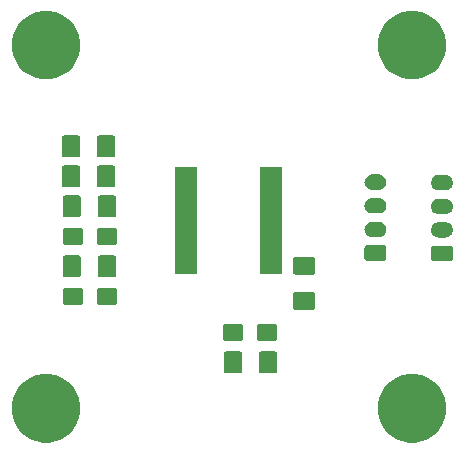
<source format=gbr>
G04 #@! TF.GenerationSoftware,KiCad,Pcbnew,(5.1.2)-2*
G04 #@! TF.CreationDate,2019-09-26T21:19:41+02:00*
G04 #@! TF.ProjectId,enkoder,656e6b6f-6465-4722-9e6b-696361645f70,rev?*
G04 #@! TF.SameCoordinates,Original*
G04 #@! TF.FileFunction,Soldermask,Top*
G04 #@! TF.FilePolarity,Negative*
%FSLAX46Y46*%
G04 Gerber Fmt 4.6, Leading zero omitted, Abs format (unit mm)*
G04 Created by KiCad (PCBNEW (5.1.2)-2) date 2019-09-26 21:19:41*
%MOMM*%
%LPD*%
G04 APERTURE LIST*
%ADD10C,0.100000*%
G04 APERTURE END LIST*
D10*
G36*
X172096189Y-111460483D02*
G01*
X172096192Y-111460484D01*
X172096191Y-111460484D01*
X172624139Y-111679167D01*
X173099280Y-111996646D01*
X173503354Y-112400720D01*
X173820833Y-112875861D01*
X173820834Y-112875863D01*
X174039517Y-113403811D01*
X174151000Y-113964275D01*
X174151000Y-114535725D01*
X174039517Y-115096189D01*
X174039516Y-115096191D01*
X173820833Y-115624139D01*
X173503354Y-116099280D01*
X173099280Y-116503354D01*
X172624139Y-116820833D01*
X172624138Y-116820834D01*
X172624137Y-116820834D01*
X172096189Y-117039517D01*
X171535725Y-117151000D01*
X170964275Y-117151000D01*
X170403811Y-117039517D01*
X169875863Y-116820834D01*
X169875862Y-116820834D01*
X169875861Y-116820833D01*
X169400720Y-116503354D01*
X168996646Y-116099280D01*
X168679167Y-115624139D01*
X168460484Y-115096191D01*
X168460483Y-115096189D01*
X168349000Y-114535725D01*
X168349000Y-113964275D01*
X168460483Y-113403811D01*
X168679166Y-112875863D01*
X168679167Y-112875861D01*
X168996646Y-112400720D01*
X169400720Y-111996646D01*
X169875861Y-111679167D01*
X170403809Y-111460484D01*
X170403808Y-111460484D01*
X170403811Y-111460483D01*
X170964275Y-111349000D01*
X171535725Y-111349000D01*
X172096189Y-111460483D01*
X172096189Y-111460483D01*
G37*
G36*
X141096189Y-111460483D02*
G01*
X141096192Y-111460484D01*
X141096191Y-111460484D01*
X141624139Y-111679167D01*
X142099280Y-111996646D01*
X142503354Y-112400720D01*
X142820833Y-112875861D01*
X142820834Y-112875863D01*
X143039517Y-113403811D01*
X143151000Y-113964275D01*
X143151000Y-114535725D01*
X143039517Y-115096189D01*
X143039516Y-115096191D01*
X142820833Y-115624139D01*
X142503354Y-116099280D01*
X142099280Y-116503354D01*
X141624139Y-116820833D01*
X141624138Y-116820834D01*
X141624137Y-116820834D01*
X141096189Y-117039517D01*
X140535725Y-117151000D01*
X139964275Y-117151000D01*
X139403811Y-117039517D01*
X138875863Y-116820834D01*
X138875862Y-116820834D01*
X138875861Y-116820833D01*
X138400720Y-116503354D01*
X137996646Y-116099280D01*
X137679167Y-115624139D01*
X137460484Y-115096191D01*
X137460483Y-115096189D01*
X137349000Y-114535725D01*
X137349000Y-113964275D01*
X137460483Y-113403811D01*
X137679166Y-112875863D01*
X137679167Y-112875861D01*
X137996646Y-112400720D01*
X138400720Y-111996646D01*
X138875861Y-111679167D01*
X139403809Y-111460484D01*
X139403808Y-111460484D01*
X139403811Y-111460483D01*
X139964275Y-111349000D01*
X140535725Y-111349000D01*
X141096189Y-111460483D01*
X141096189Y-111460483D01*
G37*
G36*
X156696062Y-109441181D02*
G01*
X156730981Y-109451774D01*
X156763163Y-109468976D01*
X156791373Y-109492127D01*
X156814524Y-109520337D01*
X156831726Y-109552519D01*
X156842319Y-109587438D01*
X156846500Y-109629895D01*
X156846500Y-111096105D01*
X156842319Y-111138562D01*
X156831726Y-111173481D01*
X156814524Y-111205663D01*
X156791373Y-111233873D01*
X156763163Y-111257024D01*
X156730981Y-111274226D01*
X156696062Y-111284819D01*
X156653605Y-111289000D01*
X155512395Y-111289000D01*
X155469938Y-111284819D01*
X155435019Y-111274226D01*
X155402837Y-111257024D01*
X155374627Y-111233873D01*
X155351476Y-111205663D01*
X155334274Y-111173481D01*
X155323681Y-111138562D01*
X155319500Y-111096105D01*
X155319500Y-109629895D01*
X155323681Y-109587438D01*
X155334274Y-109552519D01*
X155351476Y-109520337D01*
X155374627Y-109492127D01*
X155402837Y-109468976D01*
X155435019Y-109451774D01*
X155469938Y-109441181D01*
X155512395Y-109437000D01*
X156653605Y-109437000D01*
X156696062Y-109441181D01*
X156696062Y-109441181D01*
G37*
G36*
X159671062Y-109441181D02*
G01*
X159705981Y-109451774D01*
X159738163Y-109468976D01*
X159766373Y-109492127D01*
X159789524Y-109520337D01*
X159806726Y-109552519D01*
X159817319Y-109587438D01*
X159821500Y-109629895D01*
X159821500Y-111096105D01*
X159817319Y-111138562D01*
X159806726Y-111173481D01*
X159789524Y-111205663D01*
X159766373Y-111233873D01*
X159738163Y-111257024D01*
X159705981Y-111274226D01*
X159671062Y-111284819D01*
X159628605Y-111289000D01*
X158487395Y-111289000D01*
X158444938Y-111284819D01*
X158410019Y-111274226D01*
X158377837Y-111257024D01*
X158349627Y-111233873D01*
X158326476Y-111205663D01*
X158309274Y-111173481D01*
X158298681Y-111138562D01*
X158294500Y-111096105D01*
X158294500Y-109629895D01*
X158298681Y-109587438D01*
X158309274Y-109552519D01*
X158326476Y-109520337D01*
X158349627Y-109492127D01*
X158377837Y-109468976D01*
X158410019Y-109451774D01*
X158444938Y-109441181D01*
X158487395Y-109437000D01*
X159628605Y-109437000D01*
X159671062Y-109441181D01*
X159671062Y-109441181D01*
G37*
G36*
X156768298Y-107101247D02*
G01*
X156803867Y-107112037D01*
X156836639Y-107129554D01*
X156865369Y-107153131D01*
X156888946Y-107181861D01*
X156906463Y-107214633D01*
X156917253Y-107250202D01*
X156921500Y-107293325D01*
X156921500Y-108352675D01*
X156917253Y-108395798D01*
X156906463Y-108431367D01*
X156888946Y-108464139D01*
X156865369Y-108492869D01*
X156836639Y-108516446D01*
X156803867Y-108533963D01*
X156768298Y-108544753D01*
X156725175Y-108549000D01*
X155440825Y-108549000D01*
X155397702Y-108544753D01*
X155362133Y-108533963D01*
X155329361Y-108516446D01*
X155300631Y-108492869D01*
X155277054Y-108464139D01*
X155259537Y-108431367D01*
X155248747Y-108395798D01*
X155244500Y-108352675D01*
X155244500Y-107293325D01*
X155248747Y-107250202D01*
X155259537Y-107214633D01*
X155277054Y-107181861D01*
X155300631Y-107153131D01*
X155329361Y-107129554D01*
X155362133Y-107112037D01*
X155397702Y-107101247D01*
X155440825Y-107097000D01*
X156725175Y-107097000D01*
X156768298Y-107101247D01*
X156768298Y-107101247D01*
G37*
G36*
X159643298Y-107101247D02*
G01*
X159678867Y-107112037D01*
X159711639Y-107129554D01*
X159740369Y-107153131D01*
X159763946Y-107181861D01*
X159781463Y-107214633D01*
X159792253Y-107250202D01*
X159796500Y-107293325D01*
X159796500Y-108352675D01*
X159792253Y-108395798D01*
X159781463Y-108431367D01*
X159763946Y-108464139D01*
X159740369Y-108492869D01*
X159711639Y-108516446D01*
X159678867Y-108533963D01*
X159643298Y-108544753D01*
X159600175Y-108549000D01*
X158315825Y-108549000D01*
X158272702Y-108544753D01*
X158237133Y-108533963D01*
X158204361Y-108516446D01*
X158175631Y-108492869D01*
X158152054Y-108464139D01*
X158134537Y-108431367D01*
X158123747Y-108395798D01*
X158119500Y-108352675D01*
X158119500Y-107293325D01*
X158123747Y-107250202D01*
X158134537Y-107214633D01*
X158152054Y-107181861D01*
X158175631Y-107153131D01*
X158204361Y-107129554D01*
X158237133Y-107112037D01*
X158272702Y-107101247D01*
X158315825Y-107097000D01*
X159600175Y-107097000D01*
X159643298Y-107101247D01*
X159643298Y-107101247D01*
G37*
G36*
X162891062Y-104387181D02*
G01*
X162925981Y-104397774D01*
X162958163Y-104414976D01*
X162986373Y-104438127D01*
X163009524Y-104466337D01*
X163026726Y-104498519D01*
X163037319Y-104533438D01*
X163041500Y-104575895D01*
X163041500Y-105717105D01*
X163037319Y-105759562D01*
X163026726Y-105794481D01*
X163009524Y-105826663D01*
X162986373Y-105854873D01*
X162958163Y-105878024D01*
X162925981Y-105895226D01*
X162891062Y-105905819D01*
X162848605Y-105910000D01*
X161382395Y-105910000D01*
X161339938Y-105905819D01*
X161305019Y-105895226D01*
X161272837Y-105878024D01*
X161244627Y-105854873D01*
X161221476Y-105826663D01*
X161204274Y-105794481D01*
X161193681Y-105759562D01*
X161189500Y-105717105D01*
X161189500Y-104575895D01*
X161193681Y-104533438D01*
X161204274Y-104498519D01*
X161221476Y-104466337D01*
X161244627Y-104438127D01*
X161272837Y-104414976D01*
X161305019Y-104397774D01*
X161339938Y-104387181D01*
X161382395Y-104383000D01*
X162848605Y-104383000D01*
X162891062Y-104387181D01*
X162891062Y-104387181D01*
G37*
G36*
X146100298Y-104053247D02*
G01*
X146135867Y-104064037D01*
X146168639Y-104081554D01*
X146197369Y-104105131D01*
X146220946Y-104133861D01*
X146238463Y-104166633D01*
X146249253Y-104202202D01*
X146253500Y-104245325D01*
X146253500Y-105304675D01*
X146249253Y-105347798D01*
X146238463Y-105383367D01*
X146220946Y-105416139D01*
X146197369Y-105444869D01*
X146168639Y-105468446D01*
X146135867Y-105485963D01*
X146100298Y-105496753D01*
X146057175Y-105501000D01*
X144772825Y-105501000D01*
X144729702Y-105496753D01*
X144694133Y-105485963D01*
X144661361Y-105468446D01*
X144632631Y-105444869D01*
X144609054Y-105416139D01*
X144591537Y-105383367D01*
X144580747Y-105347798D01*
X144576500Y-105304675D01*
X144576500Y-104245325D01*
X144580747Y-104202202D01*
X144591537Y-104166633D01*
X144609054Y-104133861D01*
X144632631Y-104105131D01*
X144661361Y-104081554D01*
X144694133Y-104064037D01*
X144729702Y-104053247D01*
X144772825Y-104049000D01*
X146057175Y-104049000D01*
X146100298Y-104053247D01*
X146100298Y-104053247D01*
G37*
G36*
X143225298Y-104053247D02*
G01*
X143260867Y-104064037D01*
X143293639Y-104081554D01*
X143322369Y-104105131D01*
X143345946Y-104133861D01*
X143363463Y-104166633D01*
X143374253Y-104202202D01*
X143378500Y-104245325D01*
X143378500Y-105304675D01*
X143374253Y-105347798D01*
X143363463Y-105383367D01*
X143345946Y-105416139D01*
X143322369Y-105444869D01*
X143293639Y-105468446D01*
X143260867Y-105485963D01*
X143225298Y-105496753D01*
X143182175Y-105501000D01*
X141897825Y-105501000D01*
X141854702Y-105496753D01*
X141819133Y-105485963D01*
X141786361Y-105468446D01*
X141757631Y-105444869D01*
X141734054Y-105416139D01*
X141716537Y-105383367D01*
X141705747Y-105347798D01*
X141701500Y-105304675D01*
X141701500Y-104245325D01*
X141705747Y-104202202D01*
X141716537Y-104166633D01*
X141734054Y-104133861D01*
X141757631Y-104105131D01*
X141786361Y-104081554D01*
X141819133Y-104064037D01*
X141854702Y-104053247D01*
X141897825Y-104049000D01*
X143182175Y-104049000D01*
X143225298Y-104053247D01*
X143225298Y-104053247D01*
G37*
G36*
X146028062Y-101313181D02*
G01*
X146062981Y-101323774D01*
X146095163Y-101340976D01*
X146123373Y-101364127D01*
X146146524Y-101392337D01*
X146163726Y-101424519D01*
X146174319Y-101459438D01*
X146178500Y-101501895D01*
X146178500Y-102968105D01*
X146174319Y-103010562D01*
X146163726Y-103045481D01*
X146146524Y-103077663D01*
X146123373Y-103105873D01*
X146095163Y-103129024D01*
X146062981Y-103146226D01*
X146028062Y-103156819D01*
X145985605Y-103161000D01*
X144844395Y-103161000D01*
X144801938Y-103156819D01*
X144767019Y-103146226D01*
X144734837Y-103129024D01*
X144706627Y-103105873D01*
X144683476Y-103077663D01*
X144666274Y-103045481D01*
X144655681Y-103010562D01*
X144651500Y-102968105D01*
X144651500Y-101501895D01*
X144655681Y-101459438D01*
X144666274Y-101424519D01*
X144683476Y-101392337D01*
X144706627Y-101364127D01*
X144734837Y-101340976D01*
X144767019Y-101323774D01*
X144801938Y-101313181D01*
X144844395Y-101309000D01*
X145985605Y-101309000D01*
X146028062Y-101313181D01*
X146028062Y-101313181D01*
G37*
G36*
X143053062Y-101313181D02*
G01*
X143087981Y-101323774D01*
X143120163Y-101340976D01*
X143148373Y-101364127D01*
X143171524Y-101392337D01*
X143188726Y-101424519D01*
X143199319Y-101459438D01*
X143203500Y-101501895D01*
X143203500Y-102968105D01*
X143199319Y-103010562D01*
X143188726Y-103045481D01*
X143171524Y-103077663D01*
X143148373Y-103105873D01*
X143120163Y-103129024D01*
X143087981Y-103146226D01*
X143053062Y-103156819D01*
X143010605Y-103161000D01*
X141869395Y-103161000D01*
X141826938Y-103156819D01*
X141792019Y-103146226D01*
X141759837Y-103129024D01*
X141731627Y-103105873D01*
X141708476Y-103077663D01*
X141691274Y-103045481D01*
X141680681Y-103010562D01*
X141676500Y-102968105D01*
X141676500Y-101501895D01*
X141680681Y-101459438D01*
X141691274Y-101424519D01*
X141708476Y-101392337D01*
X141731627Y-101364127D01*
X141759837Y-101340976D01*
X141792019Y-101323774D01*
X141826938Y-101313181D01*
X141869395Y-101309000D01*
X143010605Y-101309000D01*
X143053062Y-101313181D01*
X143053062Y-101313181D01*
G37*
G36*
X162891062Y-101412181D02*
G01*
X162925981Y-101422774D01*
X162958163Y-101439976D01*
X162986373Y-101463127D01*
X163009524Y-101491337D01*
X163026726Y-101523519D01*
X163037319Y-101558438D01*
X163041500Y-101600895D01*
X163041500Y-102742105D01*
X163037319Y-102784562D01*
X163026726Y-102819481D01*
X163009524Y-102851663D01*
X162986373Y-102879873D01*
X162958163Y-102903024D01*
X162925981Y-102920226D01*
X162891062Y-102930819D01*
X162848605Y-102935000D01*
X161382395Y-102935000D01*
X161339938Y-102930819D01*
X161305019Y-102920226D01*
X161272837Y-102903024D01*
X161244627Y-102879873D01*
X161221476Y-102851663D01*
X161204274Y-102819481D01*
X161193681Y-102784562D01*
X161189500Y-102742105D01*
X161189500Y-101600895D01*
X161193681Y-101558438D01*
X161204274Y-101523519D01*
X161221476Y-101491337D01*
X161244627Y-101463127D01*
X161272837Y-101439976D01*
X161305019Y-101422774D01*
X161339938Y-101412181D01*
X161382395Y-101408000D01*
X162848605Y-101408000D01*
X162891062Y-101412181D01*
X162891062Y-101412181D01*
G37*
G36*
X160265000Y-102840000D02*
G01*
X158413000Y-102840000D01*
X158413000Y-93838000D01*
X160265000Y-93838000D01*
X160265000Y-102840000D01*
X160265000Y-102840000D01*
G37*
G36*
X153065000Y-102840000D02*
G01*
X151213000Y-102840000D01*
X151213000Y-93838000D01*
X153065000Y-93838000D01*
X153065000Y-102840000D01*
X153065000Y-102840000D01*
G37*
G36*
X174545242Y-100492404D02*
G01*
X174582337Y-100503657D01*
X174616515Y-100521925D01*
X174646481Y-100546519D01*
X174671075Y-100576485D01*
X174689343Y-100610663D01*
X174700596Y-100647758D01*
X174705000Y-100692474D01*
X174705000Y-101585526D01*
X174700596Y-101630242D01*
X174689343Y-101667337D01*
X174671075Y-101701515D01*
X174646481Y-101731481D01*
X174616515Y-101756075D01*
X174582337Y-101774343D01*
X174545242Y-101785596D01*
X174500526Y-101790000D01*
X173057474Y-101790000D01*
X173012758Y-101785596D01*
X172975663Y-101774343D01*
X172941485Y-101756075D01*
X172911519Y-101731481D01*
X172886925Y-101701515D01*
X172868657Y-101667337D01*
X172857404Y-101630242D01*
X172853000Y-101585526D01*
X172853000Y-100692474D01*
X172857404Y-100647758D01*
X172868657Y-100610663D01*
X172886925Y-100576485D01*
X172911519Y-100546519D01*
X172941485Y-100521925D01*
X172975663Y-100503657D01*
X173012758Y-100492404D01*
X173057474Y-100488000D01*
X174500526Y-100488000D01*
X174545242Y-100492404D01*
X174545242Y-100492404D01*
G37*
G36*
X168914242Y-100445404D02*
G01*
X168951337Y-100456657D01*
X168985515Y-100474925D01*
X169015481Y-100499519D01*
X169040075Y-100529485D01*
X169058343Y-100563663D01*
X169069596Y-100600758D01*
X169074000Y-100645474D01*
X169074000Y-101538526D01*
X169069596Y-101583242D01*
X169058343Y-101620337D01*
X169040075Y-101654515D01*
X169015481Y-101684481D01*
X168985515Y-101709075D01*
X168951337Y-101727343D01*
X168914242Y-101738596D01*
X168869526Y-101743000D01*
X167426474Y-101743000D01*
X167381758Y-101738596D01*
X167344663Y-101727343D01*
X167310485Y-101709075D01*
X167280519Y-101684481D01*
X167255925Y-101654515D01*
X167237657Y-101620337D01*
X167226404Y-101583242D01*
X167222000Y-101538526D01*
X167222000Y-100645474D01*
X167226404Y-100600758D01*
X167237657Y-100563663D01*
X167255925Y-100529485D01*
X167280519Y-100499519D01*
X167310485Y-100474925D01*
X167344663Y-100456657D01*
X167381758Y-100445404D01*
X167426474Y-100441000D01*
X168869526Y-100441000D01*
X168914242Y-100445404D01*
X168914242Y-100445404D01*
G37*
G36*
X146100298Y-98973247D02*
G01*
X146135867Y-98984037D01*
X146168639Y-99001554D01*
X146197369Y-99025131D01*
X146220946Y-99053861D01*
X146238463Y-99086633D01*
X146249253Y-99122202D01*
X146253500Y-99165325D01*
X146253500Y-100224675D01*
X146249253Y-100267798D01*
X146238463Y-100303367D01*
X146220946Y-100336139D01*
X146197369Y-100364869D01*
X146168639Y-100388446D01*
X146135867Y-100405963D01*
X146100298Y-100416753D01*
X146057175Y-100421000D01*
X144772825Y-100421000D01*
X144729702Y-100416753D01*
X144694133Y-100405963D01*
X144661361Y-100388446D01*
X144632631Y-100364869D01*
X144609054Y-100336139D01*
X144591537Y-100303367D01*
X144580747Y-100267798D01*
X144576500Y-100224675D01*
X144576500Y-99165325D01*
X144580747Y-99122202D01*
X144591537Y-99086633D01*
X144609054Y-99053861D01*
X144632631Y-99025131D01*
X144661361Y-99001554D01*
X144694133Y-98984037D01*
X144729702Y-98973247D01*
X144772825Y-98969000D01*
X146057175Y-98969000D01*
X146100298Y-98973247D01*
X146100298Y-98973247D01*
G37*
G36*
X143225298Y-98973247D02*
G01*
X143260867Y-98984037D01*
X143293639Y-99001554D01*
X143322369Y-99025131D01*
X143345946Y-99053861D01*
X143363463Y-99086633D01*
X143374253Y-99122202D01*
X143378500Y-99165325D01*
X143378500Y-100224675D01*
X143374253Y-100267798D01*
X143363463Y-100303367D01*
X143345946Y-100336139D01*
X143322369Y-100364869D01*
X143293639Y-100388446D01*
X143260867Y-100405963D01*
X143225298Y-100416753D01*
X143182175Y-100421000D01*
X141897825Y-100421000D01*
X141854702Y-100416753D01*
X141819133Y-100405963D01*
X141786361Y-100388446D01*
X141757631Y-100364869D01*
X141734054Y-100336139D01*
X141716537Y-100303367D01*
X141705747Y-100267798D01*
X141701500Y-100224675D01*
X141701500Y-99165325D01*
X141705747Y-99122202D01*
X141716537Y-99086633D01*
X141734054Y-99053861D01*
X141757631Y-99025131D01*
X141786361Y-99001554D01*
X141819133Y-98984037D01*
X141854702Y-98973247D01*
X141897825Y-98969000D01*
X143182175Y-98969000D01*
X143225298Y-98973247D01*
X143225298Y-98973247D01*
G37*
G36*
X174117855Y-98491140D02*
G01*
X174181618Y-98497420D01*
X174272404Y-98524960D01*
X174304336Y-98534646D01*
X174417425Y-98595094D01*
X174516554Y-98676446D01*
X174597906Y-98775575D01*
X174658354Y-98888664D01*
X174658355Y-98888668D01*
X174695580Y-99011382D01*
X174708149Y-99139000D01*
X174695580Y-99266618D01*
X174672612Y-99342332D01*
X174658354Y-99389336D01*
X174597906Y-99502425D01*
X174516554Y-99601554D01*
X174417425Y-99682906D01*
X174304336Y-99743354D01*
X174272404Y-99753040D01*
X174181618Y-99780580D01*
X174117855Y-99786860D01*
X174085974Y-99790000D01*
X173472026Y-99790000D01*
X173440145Y-99786860D01*
X173376382Y-99780580D01*
X173285596Y-99753040D01*
X173253664Y-99743354D01*
X173140575Y-99682906D01*
X173041446Y-99601554D01*
X172960094Y-99502425D01*
X172899646Y-99389336D01*
X172885388Y-99342332D01*
X172862420Y-99266618D01*
X172849851Y-99139000D01*
X172862420Y-99011382D01*
X172899645Y-98888668D01*
X172899646Y-98888664D01*
X172960094Y-98775575D01*
X173041446Y-98676446D01*
X173140575Y-98595094D01*
X173253664Y-98534646D01*
X173285596Y-98524960D01*
X173376382Y-98497420D01*
X173440145Y-98491140D01*
X173472026Y-98488000D01*
X174085974Y-98488000D01*
X174117855Y-98491140D01*
X174117855Y-98491140D01*
G37*
G36*
X168486855Y-98444140D02*
G01*
X168550618Y-98450420D01*
X168641404Y-98477960D01*
X168673336Y-98487646D01*
X168786425Y-98548094D01*
X168885554Y-98629446D01*
X168966906Y-98728575D01*
X169027354Y-98841664D01*
X169027355Y-98841668D01*
X169064580Y-98964382D01*
X169077149Y-99092000D01*
X169064580Y-99219618D01*
X169037040Y-99310404D01*
X169027354Y-99342336D01*
X168966906Y-99455425D01*
X168885554Y-99554554D01*
X168786425Y-99635906D01*
X168673336Y-99696354D01*
X168641404Y-99706040D01*
X168550618Y-99733580D01*
X168486855Y-99739860D01*
X168454974Y-99743000D01*
X167841026Y-99743000D01*
X167809145Y-99739860D01*
X167745382Y-99733580D01*
X167654596Y-99706040D01*
X167622664Y-99696354D01*
X167509575Y-99635906D01*
X167410446Y-99554554D01*
X167329094Y-99455425D01*
X167268646Y-99342336D01*
X167258960Y-99310404D01*
X167231420Y-99219618D01*
X167218851Y-99092000D01*
X167231420Y-98964382D01*
X167268645Y-98841668D01*
X167268646Y-98841664D01*
X167329094Y-98728575D01*
X167410446Y-98629446D01*
X167509575Y-98548094D01*
X167622664Y-98487646D01*
X167654596Y-98477960D01*
X167745382Y-98450420D01*
X167809145Y-98444140D01*
X167841026Y-98441000D01*
X168454974Y-98441000D01*
X168486855Y-98444140D01*
X168486855Y-98444140D01*
G37*
G36*
X143053062Y-96233181D02*
G01*
X143087981Y-96243774D01*
X143120163Y-96260976D01*
X143148373Y-96284127D01*
X143171524Y-96312337D01*
X143188726Y-96344519D01*
X143199319Y-96379438D01*
X143203500Y-96421895D01*
X143203500Y-97888105D01*
X143199319Y-97930562D01*
X143188726Y-97965481D01*
X143171524Y-97997663D01*
X143148373Y-98025873D01*
X143120163Y-98049024D01*
X143087981Y-98066226D01*
X143053062Y-98076819D01*
X143010605Y-98081000D01*
X141869395Y-98081000D01*
X141826938Y-98076819D01*
X141792019Y-98066226D01*
X141759837Y-98049024D01*
X141731627Y-98025873D01*
X141708476Y-97997663D01*
X141691274Y-97965481D01*
X141680681Y-97930562D01*
X141676500Y-97888105D01*
X141676500Y-96421895D01*
X141680681Y-96379438D01*
X141691274Y-96344519D01*
X141708476Y-96312337D01*
X141731627Y-96284127D01*
X141759837Y-96260976D01*
X141792019Y-96243774D01*
X141826938Y-96233181D01*
X141869395Y-96229000D01*
X143010605Y-96229000D01*
X143053062Y-96233181D01*
X143053062Y-96233181D01*
G37*
G36*
X146028062Y-96233181D02*
G01*
X146062981Y-96243774D01*
X146095163Y-96260976D01*
X146123373Y-96284127D01*
X146146524Y-96312337D01*
X146163726Y-96344519D01*
X146174319Y-96379438D01*
X146178500Y-96421895D01*
X146178500Y-97888105D01*
X146174319Y-97930562D01*
X146163726Y-97965481D01*
X146146524Y-97997663D01*
X146123373Y-98025873D01*
X146095163Y-98049024D01*
X146062981Y-98066226D01*
X146028062Y-98076819D01*
X145985605Y-98081000D01*
X144844395Y-98081000D01*
X144801938Y-98076819D01*
X144767019Y-98066226D01*
X144734837Y-98049024D01*
X144706627Y-98025873D01*
X144683476Y-97997663D01*
X144666274Y-97965481D01*
X144655681Y-97930562D01*
X144651500Y-97888105D01*
X144651500Y-96421895D01*
X144655681Y-96379438D01*
X144666274Y-96344519D01*
X144683476Y-96312337D01*
X144706627Y-96284127D01*
X144734837Y-96260976D01*
X144767019Y-96243774D01*
X144801938Y-96233181D01*
X144844395Y-96229000D01*
X145985605Y-96229000D01*
X146028062Y-96233181D01*
X146028062Y-96233181D01*
G37*
G36*
X174117855Y-96491140D02*
G01*
X174181618Y-96497420D01*
X174272404Y-96524960D01*
X174304336Y-96534646D01*
X174417425Y-96595094D01*
X174516554Y-96676446D01*
X174597906Y-96775575D01*
X174658354Y-96888664D01*
X174658355Y-96888668D01*
X174695580Y-97011382D01*
X174708149Y-97139000D01*
X174695580Y-97266618D01*
X174672612Y-97342332D01*
X174658354Y-97389336D01*
X174597906Y-97502425D01*
X174516554Y-97601554D01*
X174417425Y-97682906D01*
X174304336Y-97743354D01*
X174272404Y-97753040D01*
X174181618Y-97780580D01*
X174117855Y-97786860D01*
X174085974Y-97790000D01*
X173472026Y-97790000D01*
X173440145Y-97786860D01*
X173376382Y-97780580D01*
X173285596Y-97753040D01*
X173253664Y-97743354D01*
X173140575Y-97682906D01*
X173041446Y-97601554D01*
X172960094Y-97502425D01*
X172899646Y-97389336D01*
X172885388Y-97342332D01*
X172862420Y-97266618D01*
X172849851Y-97139000D01*
X172862420Y-97011382D01*
X172899645Y-96888668D01*
X172899646Y-96888664D01*
X172960094Y-96775575D01*
X173041446Y-96676446D01*
X173140575Y-96595094D01*
X173253664Y-96534646D01*
X173285596Y-96524960D01*
X173376382Y-96497420D01*
X173440145Y-96491140D01*
X173472026Y-96488000D01*
X174085974Y-96488000D01*
X174117855Y-96491140D01*
X174117855Y-96491140D01*
G37*
G36*
X168486855Y-96444140D02*
G01*
X168550618Y-96450420D01*
X168641404Y-96477960D01*
X168673336Y-96487646D01*
X168786425Y-96548094D01*
X168885554Y-96629446D01*
X168966906Y-96728575D01*
X169027354Y-96841664D01*
X169027355Y-96841668D01*
X169064580Y-96964382D01*
X169077149Y-97092000D01*
X169064580Y-97219618D01*
X169037040Y-97310404D01*
X169027354Y-97342336D01*
X168966906Y-97455425D01*
X168885554Y-97554554D01*
X168786425Y-97635906D01*
X168673336Y-97696354D01*
X168641404Y-97706040D01*
X168550618Y-97733580D01*
X168486855Y-97739860D01*
X168454974Y-97743000D01*
X167841026Y-97743000D01*
X167809145Y-97739860D01*
X167745382Y-97733580D01*
X167654596Y-97706040D01*
X167622664Y-97696354D01*
X167509575Y-97635906D01*
X167410446Y-97554554D01*
X167329094Y-97455425D01*
X167268646Y-97342336D01*
X167258960Y-97310404D01*
X167231420Y-97219618D01*
X167218851Y-97092000D01*
X167231420Y-96964382D01*
X167268645Y-96841668D01*
X167268646Y-96841664D01*
X167329094Y-96728575D01*
X167410446Y-96629446D01*
X167509575Y-96548094D01*
X167622664Y-96487646D01*
X167654596Y-96477960D01*
X167745382Y-96450420D01*
X167809145Y-96444140D01*
X167841026Y-96441000D01*
X168454974Y-96441000D01*
X168486855Y-96444140D01*
X168486855Y-96444140D01*
G37*
G36*
X174117855Y-94491140D02*
G01*
X174181618Y-94497420D01*
X174272404Y-94524960D01*
X174304336Y-94534646D01*
X174417425Y-94595094D01*
X174516554Y-94676446D01*
X174597906Y-94775575D01*
X174658354Y-94888664D01*
X174658355Y-94888668D01*
X174695580Y-95011382D01*
X174708149Y-95139000D01*
X174695580Y-95266618D01*
X174693612Y-95273105D01*
X174658354Y-95389336D01*
X174597906Y-95502425D01*
X174516554Y-95601554D01*
X174417425Y-95682906D01*
X174304336Y-95743354D01*
X174272404Y-95753040D01*
X174181618Y-95780580D01*
X174117855Y-95786860D01*
X174085974Y-95790000D01*
X173472026Y-95790000D01*
X173440145Y-95786860D01*
X173376382Y-95780580D01*
X173285596Y-95753040D01*
X173253664Y-95743354D01*
X173140575Y-95682906D01*
X173041446Y-95601554D01*
X172960094Y-95502425D01*
X172899646Y-95389336D01*
X172864388Y-95273105D01*
X172862420Y-95266618D01*
X172849851Y-95139000D01*
X172862420Y-95011382D01*
X172899645Y-94888668D01*
X172899646Y-94888664D01*
X172960094Y-94775575D01*
X173041446Y-94676446D01*
X173140575Y-94595094D01*
X173253664Y-94534646D01*
X173285596Y-94524960D01*
X173376382Y-94497420D01*
X173440145Y-94491140D01*
X173472026Y-94488000D01*
X174085974Y-94488000D01*
X174117855Y-94491140D01*
X174117855Y-94491140D01*
G37*
G36*
X168486855Y-94444140D02*
G01*
X168550618Y-94450420D01*
X168641404Y-94477960D01*
X168673336Y-94487646D01*
X168786425Y-94548094D01*
X168885554Y-94629446D01*
X168966906Y-94728575D01*
X169027354Y-94841664D01*
X169027355Y-94841668D01*
X169064580Y-94964382D01*
X169077149Y-95092000D01*
X169064580Y-95219618D01*
X169048355Y-95273105D01*
X169027354Y-95342336D01*
X168966906Y-95455425D01*
X168885554Y-95554554D01*
X168786425Y-95635906D01*
X168673336Y-95696354D01*
X168641404Y-95706040D01*
X168550618Y-95733580D01*
X168486855Y-95739860D01*
X168454974Y-95743000D01*
X167841026Y-95743000D01*
X167809145Y-95739860D01*
X167745382Y-95733580D01*
X167654596Y-95706040D01*
X167622664Y-95696354D01*
X167509575Y-95635906D01*
X167410446Y-95554554D01*
X167329094Y-95455425D01*
X167268646Y-95342336D01*
X167247645Y-95273105D01*
X167231420Y-95219618D01*
X167218851Y-95092000D01*
X167231420Y-94964382D01*
X167268645Y-94841668D01*
X167268646Y-94841664D01*
X167329094Y-94728575D01*
X167410446Y-94629446D01*
X167509575Y-94548094D01*
X167622664Y-94487646D01*
X167654596Y-94477960D01*
X167745382Y-94450420D01*
X167809145Y-94444140D01*
X167841026Y-94441000D01*
X168454974Y-94441000D01*
X168486855Y-94444140D01*
X168486855Y-94444140D01*
G37*
G36*
X142980062Y-93693181D02*
G01*
X143014981Y-93703774D01*
X143047163Y-93720976D01*
X143075373Y-93744127D01*
X143098524Y-93772337D01*
X143115726Y-93804519D01*
X143126319Y-93839438D01*
X143130500Y-93881895D01*
X143130500Y-95348105D01*
X143126319Y-95390562D01*
X143115726Y-95425481D01*
X143098524Y-95457663D01*
X143075373Y-95485873D01*
X143047163Y-95509024D01*
X143014981Y-95526226D01*
X142980062Y-95536819D01*
X142937605Y-95541000D01*
X141796395Y-95541000D01*
X141753938Y-95536819D01*
X141719019Y-95526226D01*
X141686837Y-95509024D01*
X141658627Y-95485873D01*
X141635476Y-95457663D01*
X141618274Y-95425481D01*
X141607681Y-95390562D01*
X141603500Y-95348105D01*
X141603500Y-93881895D01*
X141607681Y-93839438D01*
X141618274Y-93804519D01*
X141635476Y-93772337D01*
X141658627Y-93744127D01*
X141686837Y-93720976D01*
X141719019Y-93703774D01*
X141753938Y-93693181D01*
X141796395Y-93689000D01*
X142937605Y-93689000D01*
X142980062Y-93693181D01*
X142980062Y-93693181D01*
G37*
G36*
X145955062Y-93693181D02*
G01*
X145989981Y-93703774D01*
X146022163Y-93720976D01*
X146050373Y-93744127D01*
X146073524Y-93772337D01*
X146090726Y-93804519D01*
X146101319Y-93839438D01*
X146105500Y-93881895D01*
X146105500Y-95348105D01*
X146101319Y-95390562D01*
X146090726Y-95425481D01*
X146073524Y-95457663D01*
X146050373Y-95485873D01*
X146022163Y-95509024D01*
X145989981Y-95526226D01*
X145955062Y-95536819D01*
X145912605Y-95541000D01*
X144771395Y-95541000D01*
X144728938Y-95536819D01*
X144694019Y-95526226D01*
X144661837Y-95509024D01*
X144633627Y-95485873D01*
X144610476Y-95457663D01*
X144593274Y-95425481D01*
X144582681Y-95390562D01*
X144578500Y-95348105D01*
X144578500Y-93881895D01*
X144582681Y-93839438D01*
X144593274Y-93804519D01*
X144610476Y-93772337D01*
X144633627Y-93744127D01*
X144661837Y-93720976D01*
X144694019Y-93703774D01*
X144728938Y-93693181D01*
X144771395Y-93689000D01*
X145912605Y-93689000D01*
X145955062Y-93693181D01*
X145955062Y-93693181D01*
G37*
G36*
X142980062Y-91153181D02*
G01*
X143014981Y-91163774D01*
X143047163Y-91180976D01*
X143075373Y-91204127D01*
X143098524Y-91232337D01*
X143115726Y-91264519D01*
X143126319Y-91299438D01*
X143130500Y-91341895D01*
X143130500Y-92808105D01*
X143126319Y-92850562D01*
X143115726Y-92885481D01*
X143098524Y-92917663D01*
X143075373Y-92945873D01*
X143047163Y-92969024D01*
X143014981Y-92986226D01*
X142980062Y-92996819D01*
X142937605Y-93001000D01*
X141796395Y-93001000D01*
X141753938Y-92996819D01*
X141719019Y-92986226D01*
X141686837Y-92969024D01*
X141658627Y-92945873D01*
X141635476Y-92917663D01*
X141618274Y-92885481D01*
X141607681Y-92850562D01*
X141603500Y-92808105D01*
X141603500Y-91341895D01*
X141607681Y-91299438D01*
X141618274Y-91264519D01*
X141635476Y-91232337D01*
X141658627Y-91204127D01*
X141686837Y-91180976D01*
X141719019Y-91163774D01*
X141753938Y-91153181D01*
X141796395Y-91149000D01*
X142937605Y-91149000D01*
X142980062Y-91153181D01*
X142980062Y-91153181D01*
G37*
G36*
X145955062Y-91153181D02*
G01*
X145989981Y-91163774D01*
X146022163Y-91180976D01*
X146050373Y-91204127D01*
X146073524Y-91232337D01*
X146090726Y-91264519D01*
X146101319Y-91299438D01*
X146105500Y-91341895D01*
X146105500Y-92808105D01*
X146101319Y-92850562D01*
X146090726Y-92885481D01*
X146073524Y-92917663D01*
X146050373Y-92945873D01*
X146022163Y-92969024D01*
X145989981Y-92986226D01*
X145955062Y-92996819D01*
X145912605Y-93001000D01*
X144771395Y-93001000D01*
X144728938Y-92996819D01*
X144694019Y-92986226D01*
X144661837Y-92969024D01*
X144633627Y-92945873D01*
X144610476Y-92917663D01*
X144593274Y-92885481D01*
X144582681Y-92850562D01*
X144578500Y-92808105D01*
X144578500Y-91341895D01*
X144582681Y-91299438D01*
X144593274Y-91264519D01*
X144610476Y-91232337D01*
X144633627Y-91204127D01*
X144661837Y-91180976D01*
X144694019Y-91163774D01*
X144728938Y-91153181D01*
X144771395Y-91149000D01*
X145912605Y-91149000D01*
X145955062Y-91153181D01*
X145955062Y-91153181D01*
G37*
G36*
X172096189Y-80710483D02*
G01*
X172096192Y-80710484D01*
X172096191Y-80710484D01*
X172624139Y-80929167D01*
X173099280Y-81246646D01*
X173503354Y-81650720D01*
X173820833Y-82125861D01*
X173820834Y-82125863D01*
X174039517Y-82653811D01*
X174151000Y-83214275D01*
X174151000Y-83785725D01*
X174039517Y-84346189D01*
X174039516Y-84346191D01*
X173820833Y-84874139D01*
X173503354Y-85349280D01*
X173099280Y-85753354D01*
X172624139Y-86070833D01*
X172624138Y-86070834D01*
X172624137Y-86070834D01*
X172096189Y-86289517D01*
X171535725Y-86401000D01*
X170964275Y-86401000D01*
X170403811Y-86289517D01*
X169875863Y-86070834D01*
X169875862Y-86070834D01*
X169875861Y-86070833D01*
X169400720Y-85753354D01*
X168996646Y-85349280D01*
X168679167Y-84874139D01*
X168460484Y-84346191D01*
X168460483Y-84346189D01*
X168349000Y-83785725D01*
X168349000Y-83214275D01*
X168460483Y-82653811D01*
X168679166Y-82125863D01*
X168679167Y-82125861D01*
X168996646Y-81650720D01*
X169400720Y-81246646D01*
X169875861Y-80929167D01*
X170403809Y-80710484D01*
X170403808Y-80710484D01*
X170403811Y-80710483D01*
X170964275Y-80599000D01*
X171535725Y-80599000D01*
X172096189Y-80710483D01*
X172096189Y-80710483D01*
G37*
G36*
X141096189Y-80710483D02*
G01*
X141096192Y-80710484D01*
X141096191Y-80710484D01*
X141624139Y-80929167D01*
X142099280Y-81246646D01*
X142503354Y-81650720D01*
X142820833Y-82125861D01*
X142820834Y-82125863D01*
X143039517Y-82653811D01*
X143151000Y-83214275D01*
X143151000Y-83785725D01*
X143039517Y-84346189D01*
X143039516Y-84346191D01*
X142820833Y-84874139D01*
X142503354Y-85349280D01*
X142099280Y-85753354D01*
X141624139Y-86070833D01*
X141624138Y-86070834D01*
X141624137Y-86070834D01*
X141096189Y-86289517D01*
X140535725Y-86401000D01*
X139964275Y-86401000D01*
X139403811Y-86289517D01*
X138875863Y-86070834D01*
X138875862Y-86070834D01*
X138875861Y-86070833D01*
X138400720Y-85753354D01*
X137996646Y-85349280D01*
X137679167Y-84874139D01*
X137460484Y-84346191D01*
X137460483Y-84346189D01*
X137349000Y-83785725D01*
X137349000Y-83214275D01*
X137460483Y-82653811D01*
X137679166Y-82125863D01*
X137679167Y-82125861D01*
X137996646Y-81650720D01*
X138400720Y-81246646D01*
X138875861Y-80929167D01*
X139403809Y-80710484D01*
X139403808Y-80710484D01*
X139403811Y-80710483D01*
X139964275Y-80599000D01*
X140535725Y-80599000D01*
X141096189Y-80710483D01*
X141096189Y-80710483D01*
G37*
M02*

</source>
